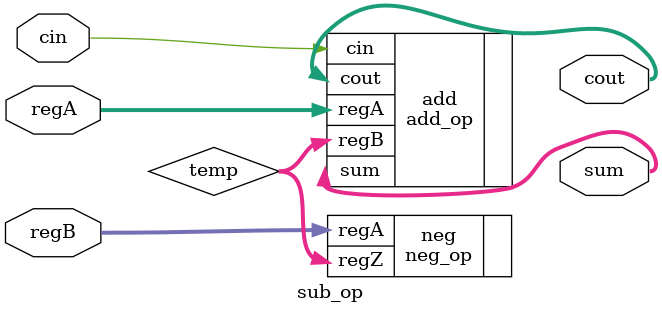
<source format=v>
/*sub_op.v, 32-bit SUBTRACTION operation module*/
`timescale 1ns/10ps

module sub_op (input [31:0] regA, input [31:0] regB, input wire cin, 
	output wire [31:0] sum, output wire [31:0] cout); 

	wire [31:0] temp; //holds temporary value

	neg_op neg(.regA(regB), .regZ(temp));
	add_op add(.regA(regA), .regB(temp), .cin(cin), .sum(sum), .cout(cout));

endmodule

</source>
